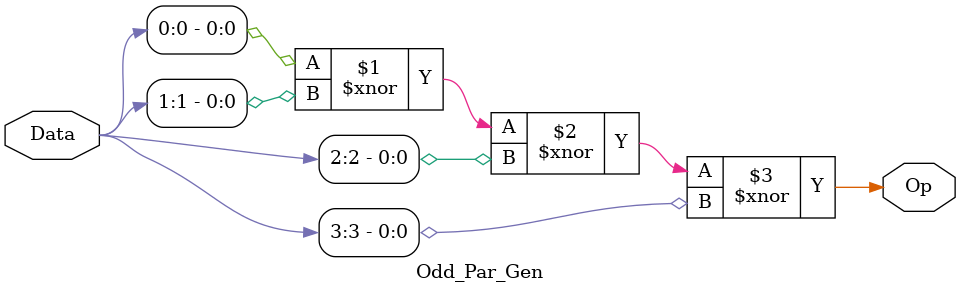
<source format=v>
module Odd_Par_Gen(Data,Op);
  input [3:0] Data;
  output reg Op ;
  
  assign Op=Data[0]~^Data[1]~^Data[2]~^Data[3];
 
endmodule

</source>
